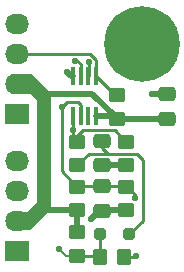
<source format=gtl>
G04 #@! TF.GenerationSoftware,KiCad,Pcbnew,9.0.0*
G04 #@! TF.CreationDate,2025-03-15T17:38:30+02:00*
G04 #@! TF.ProjectId,fan_pwm_to_rotor_lock,66616e5f-7077-46d5-9f74-6f5f726f746f,rev?*
G04 #@! TF.SameCoordinates,Original*
G04 #@! TF.FileFunction,Copper,L1,Top*
G04 #@! TF.FilePolarity,Positive*
%FSLAX46Y46*%
G04 Gerber Fmt 4.6, Leading zero omitted, Abs format (unit mm)*
G04 Created by KiCad (PCBNEW 9.0.0) date 2025-03-15 17:38:30*
%MOMM*%
%LPD*%
G01*
G04 APERTURE LIST*
G04 Aperture macros list*
%AMRoundRect*
0 Rectangle with rounded corners*
0 $1 Rounding radius*
0 $2 $3 $4 $5 $6 $7 $8 $9 X,Y pos of 4 corners*
0 Add a 4 corners polygon primitive as box body*
4,1,4,$2,$3,$4,$5,$6,$7,$8,$9,$2,$3,0*
0 Add four circle primitives for the rounded corners*
1,1,$1+$1,$2,$3*
1,1,$1+$1,$4,$5*
1,1,$1+$1,$6,$7*
1,1,$1+$1,$8,$9*
0 Add four rect primitives between the rounded corners*
20,1,$1+$1,$2,$3,$4,$5,0*
20,1,$1+$1,$4,$5,$6,$7,0*
20,1,$1+$1,$6,$7,$8,$9,0*
20,1,$1+$1,$8,$9,$2,$3,0*%
G04 Aperture macros list end*
G04 #@! TA.AperFunction,SMDPad,CuDef*
%ADD10RoundRect,0.250000X-0.475000X0.337500X-0.475000X-0.337500X0.475000X-0.337500X0.475000X0.337500X0*%
G04 #@! TD*
G04 #@! TA.AperFunction,SMDPad,CuDef*
%ADD11RoundRect,0.250000X0.475000X-0.337500X0.475000X0.337500X-0.475000X0.337500X-0.475000X-0.337500X0*%
G04 #@! TD*
G04 #@! TA.AperFunction,SMDPad,CuDef*
%ADD12RoundRect,0.250000X0.450000X-0.350000X0.450000X0.350000X-0.450000X0.350000X-0.450000X-0.350000X0*%
G04 #@! TD*
G04 #@! TA.AperFunction,SMDPad,CuDef*
%ADD13R,0.300000X1.600000*%
G04 #@! TD*
G04 #@! TA.AperFunction,ComponentPad*
%ADD14R,2.030000X1.730000*%
G04 #@! TD*
G04 #@! TA.AperFunction,ComponentPad*
%ADD15O,2.030000X1.730000*%
G04 #@! TD*
G04 #@! TA.AperFunction,SMDPad,CuDef*
%ADD16RoundRect,0.250000X0.250000X0.250000X-0.250000X0.250000X-0.250000X-0.250000X0.250000X-0.250000X0*%
G04 #@! TD*
G04 #@! TA.AperFunction,SMDPad,CuDef*
%ADD17RoundRect,0.250000X-0.350000X-0.450000X0.350000X-0.450000X0.350000X0.450000X-0.350000X0.450000X0*%
G04 #@! TD*
G04 #@! TA.AperFunction,SMDPad,CuDef*
%ADD18RoundRect,0.250000X-0.450000X0.350000X-0.450000X-0.350000X0.450000X-0.350000X0.450000X0.350000X0*%
G04 #@! TD*
G04 #@! TA.AperFunction,ComponentPad*
%ADD19C,0.800000*%
G04 #@! TD*
G04 #@! TA.AperFunction,ComponentPad*
%ADD20C,6.400000*%
G04 #@! TD*
G04 #@! TA.AperFunction,ViaPad*
%ADD21C,0.550000*%
G04 #@! TD*
G04 #@! TA.AperFunction,Conductor*
%ADD22C,0.250000*%
G04 #@! TD*
G04 #@! TA.AperFunction,Conductor*
%ADD23C,0.500000*%
G04 #@! TD*
G04 #@! TA.AperFunction,Conductor*
%ADD24C,0.200000*%
G04 #@! TD*
G04 APERTURE END LIST*
D10*
X38684200Y-27439800D03*
X38684200Y-29514800D03*
D11*
X44196000Y-25557500D03*
X44196000Y-23482500D03*
D12*
X39979600Y-25552400D03*
X39979600Y-23552400D03*
D13*
X38192702Y-21947400D03*
X37542701Y-21947400D03*
X36892701Y-21947400D03*
X36242700Y-21947400D03*
X36242700Y-25347400D03*
X36892701Y-25347400D03*
X37542701Y-25347400D03*
X38192702Y-25347400D03*
D14*
X31521400Y-36728400D03*
D15*
X31521400Y-34188400D03*
X31521400Y-31648400D03*
X31521400Y-29108400D03*
D10*
X38684200Y-31296700D03*
X38684200Y-33371700D03*
D12*
X36601400Y-37169600D03*
X36601400Y-35169600D03*
D16*
X41000999Y-35356800D03*
X38501001Y-35356800D03*
D17*
X38547800Y-37287200D03*
X40547800Y-37287200D03*
D12*
X36601400Y-29514800D03*
X36601400Y-27514800D03*
D18*
X40767000Y-27514800D03*
X40767000Y-29514800D03*
D12*
X36601400Y-33318200D03*
X36601400Y-31318200D03*
D18*
X40767000Y-31318200D03*
X40767000Y-33318200D03*
D19*
X39662400Y-19253200D03*
X40365344Y-17556144D03*
X40365344Y-20950256D03*
X42062400Y-16853200D03*
D20*
X42062400Y-19253200D03*
D19*
X42062400Y-21653200D03*
X43759456Y-17556144D03*
X43759456Y-20950256D03*
X44462400Y-19253200D03*
D14*
X31521400Y-25146000D03*
D15*
X31521400Y-22606000D03*
X31521400Y-20066000D03*
X31521400Y-17526000D03*
D21*
X41605200Y-37160200D03*
X41512570Y-32311977D03*
X36423600Y-20650200D03*
X35306000Y-24587200D03*
X39751000Y-29514800D03*
X35712400Y-21615400D03*
X42926000Y-23482500D03*
X37769800Y-34010600D03*
X37566600Y-20751800D03*
X36242700Y-26517600D03*
X35052000Y-36576000D03*
D22*
X41512570Y-32311977D02*
X41512570Y-32019570D01*
X41605200Y-37160200D02*
X41478200Y-37287200D01*
X40776400Y-31283400D02*
X36601400Y-31283400D01*
X36601400Y-31318200D02*
X35306000Y-30022800D01*
X36892701Y-20941501D02*
X36892701Y-21947400D01*
X36652200Y-24130000D02*
X36892701Y-24370501D01*
X41512570Y-32019570D02*
X40776400Y-31283400D01*
X36423600Y-20650200D02*
X36601400Y-20650200D01*
X36892701Y-24370501D02*
X36892701Y-25347400D01*
X35306000Y-24587200D02*
X35763200Y-24130000D01*
X36601400Y-20650200D02*
X36892701Y-20941501D01*
X35306000Y-30022800D02*
X35306000Y-24587200D01*
X41478200Y-37287200D02*
X40547800Y-37287200D01*
X35763200Y-24130000D02*
X36652200Y-24130000D01*
D23*
X35712400Y-21615400D02*
X36044400Y-21947400D01*
X37769800Y-34010600D02*
X38408700Y-33371700D01*
X40767000Y-33318200D02*
X38737700Y-33318200D01*
X38408700Y-33371700D02*
X38684200Y-33371700D01*
X38737700Y-33318200D02*
X38684200Y-33371700D01*
X36044400Y-21947400D02*
X36242700Y-21947400D01*
X40767000Y-29514800D02*
X38684200Y-29514800D01*
X44196000Y-23482500D02*
X42926000Y-23482500D01*
D22*
X42138600Y-34219199D02*
X42138600Y-29032200D01*
X41656000Y-28549600D02*
X39370000Y-28549600D01*
X42138600Y-29032200D02*
X41656000Y-28549600D01*
X39370000Y-28549600D02*
X37566600Y-28549600D01*
X39217600Y-28549600D02*
X38684200Y-28016200D01*
X37566600Y-28549600D02*
X36601400Y-29514800D01*
X38684200Y-28016200D02*
X38684200Y-27439800D01*
X39370000Y-28549600D02*
X39217600Y-28549600D01*
X41000999Y-35356800D02*
X42138600Y-34219199D01*
D23*
X32512000Y-34188400D02*
X31521400Y-34188400D01*
X37871400Y-23444200D02*
X39776400Y-25349200D01*
X31521400Y-22606000D02*
X32410400Y-22606000D01*
X36601400Y-35169600D02*
X36601400Y-33318200D01*
X34213800Y-23444200D02*
X37871400Y-23444200D01*
X39979600Y-25552400D02*
X44190900Y-25552400D01*
X32410400Y-22606000D02*
X33731200Y-23926800D01*
X33731200Y-23926800D02*
X33731200Y-32969200D01*
X39934800Y-25347400D02*
X39936600Y-25349200D01*
X39776400Y-25349200D02*
X39936600Y-25349200D01*
X44190900Y-25552400D02*
X44196000Y-25557500D01*
X33731200Y-32969200D02*
X32512000Y-34188400D01*
X36601400Y-33318200D02*
X34080200Y-33318200D01*
X34080200Y-33318200D02*
X33731200Y-32969200D01*
X38194502Y-25349200D02*
X38192702Y-25347400D01*
X33731200Y-23926800D02*
X34213800Y-23444200D01*
X39936600Y-25349200D02*
X38194502Y-25349200D01*
D22*
X39776400Y-26543000D02*
X37109400Y-26543000D01*
X37566600Y-21923501D02*
X37542701Y-21947400D01*
X36242700Y-27156100D02*
X36242700Y-25347400D01*
X37109400Y-26543000D02*
X36601400Y-27051000D01*
X36601400Y-27051000D02*
X36601400Y-27514800D01*
X40748200Y-27514800D02*
X39776400Y-26543000D01*
X37566600Y-20751800D02*
X37566600Y-21923501D01*
X36601400Y-27514800D02*
X36242700Y-27156100D01*
X40767000Y-27514800D02*
X40748200Y-27514800D01*
X36601400Y-37169600D02*
X38430200Y-37169600D01*
D24*
X35687000Y-37211000D02*
X36560000Y-37211000D01*
X36560000Y-37211000D02*
X36601400Y-37169600D01*
X35052000Y-36576000D02*
X35687000Y-37211000D01*
D22*
X38430200Y-37169600D02*
X38547800Y-37287200D01*
X36331400Y-37439600D02*
X36601400Y-37169600D01*
X36160200Y-36728400D02*
X36601400Y-37169600D01*
X38547800Y-37287200D02*
X38547800Y-35403599D01*
X38547800Y-35403599D02*
X38501001Y-35356800D01*
X39797702Y-23552400D02*
X38192702Y-21947400D01*
X39979600Y-23552400D02*
X39797702Y-23552400D01*
X31521400Y-20066000D02*
X37660032Y-20066000D01*
X37660032Y-20066000D02*
X38192702Y-20598670D01*
X38192702Y-20598670D02*
X38192702Y-21947400D01*
G04 #@! TA.AperFunction,Conductor*
G36*
X32756277Y-21762085D02*
G01*
X32776919Y-21778719D01*
X34304481Y-23306281D01*
X34337966Y-23367604D01*
X34340800Y-23393962D01*
X34340800Y-33197238D01*
X34321115Y-33264277D01*
X34304481Y-33284919D01*
X32675319Y-34914081D01*
X32613996Y-34947566D01*
X32587638Y-34950400D01*
X30988562Y-34950400D01*
X30921523Y-34930715D01*
X30900881Y-34914081D01*
X30592519Y-34605719D01*
X30559034Y-34544396D01*
X30556200Y-34518038D01*
X30556200Y-33858762D01*
X30575885Y-33791723D01*
X30592519Y-33771081D01*
X30900881Y-33462719D01*
X30962204Y-33429234D01*
X30988562Y-33426400D01*
X32435800Y-33426400D01*
X33223200Y-32639000D01*
X33223200Y-24003000D01*
X32664400Y-23444200D01*
X31064762Y-23444200D01*
X30997723Y-23424515D01*
X30977081Y-23407881D01*
X30617919Y-23048719D01*
X30584434Y-22987396D01*
X30581600Y-22961038D01*
X30581600Y-22250962D01*
X30601285Y-22183923D01*
X30617919Y-22163281D01*
X31002481Y-21778719D01*
X31063804Y-21745234D01*
X31090162Y-21742400D01*
X32689238Y-21742400D01*
X32756277Y-21762085D01*
G37*
G04 #@! TD.AperFunction*
M02*

</source>
